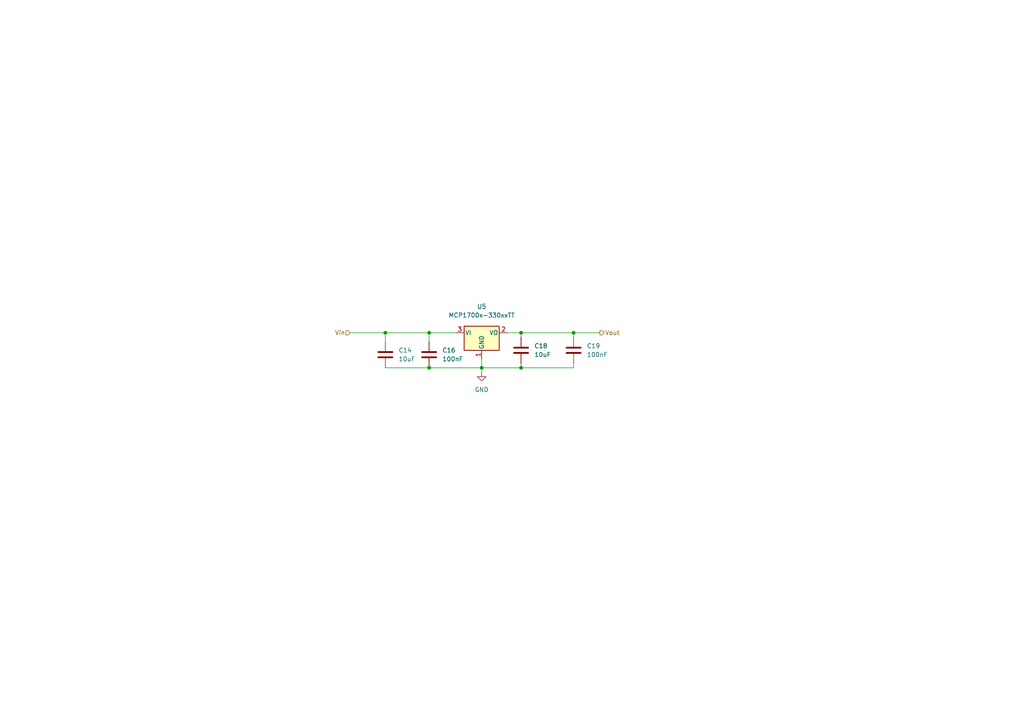
<source format=kicad_sch>
(kicad_sch (version 20211123) (generator eeschema)
  (paper "A4")
  (lib_symbols
    (symbol "Device:C" (pin_numbers hide) (pin_names (offset 0.254))
      (property "Reference" "C" (at 0.635 2.54 0))
      (property "Value" "C" (at 0.635 -2.54 0))
      (symbol "C_0_1"
        (polyline (pts (xy -2.032 -0.762) (xy 2.032 -0.762)) (stroke (width 0.508)))
        (polyline (pts (xy -2.032 0.762) (xy 2.032 0.762)) (stroke (width 0.508)))
      )
      (symbol "C_1_1"
        (pin passive line (at 0 3.81 270) (length 2.794) (name "~") (number "1"))
        (pin passive line (at 0 -3.81 90) (length 2.794) (name "~") (number "2"))
      )
    )
    (symbol "Regulator_Linear:MCP1700x-330xxTT" (pin_names (offset 0.254))
      (property "Reference" "U" (at -3.81 3.175 0))
      (property "Value" "MCP1700x-330xxTT" (at 0 3.175 0))
      (symbol "MCP1700x-330xxTT_0_1"
        (rectangle (start -5.08 1.905) (end 5.08 -5.08) (stroke (width 0.254)) (fill (type background)))
      )
      (symbol "MCP1700x-330xxTT_1_1"
        (pin power_in line (at 0 -7.62 90) (length 2.54) (name "GND") (number "1"))
        (pin power_out line (at 7.62 0 180) (length 2.54) (name "VO") (number "2"))
        (pin power_in line (at -7.62 0 0) (length 2.54) (name "VI") (number "3"))
      )
    )
    (symbol "power:GND" (power) (pin_names (offset 0))
      (property "Value" "GND" (at 0 -3.81 0))
      (symbol "GND_0_1"
        (polyline (pts (xy 0 0) (xy 0 -1.27) (xy 1.27 -1.27) (xy 0 -2.54) (xy -1.27 -1.27) (xy 0 -1.27)))
      )
      (symbol "GND_1_1"
        (pin power_in line (at 0 0 270) (length 0) hide (name "GND") (number "1"))
      )
    )
  )
  (junction (at 124.46 106.68))
  (junction (at 111.76 96.52))
  (junction (at 124.46 96.52))
  (junction (at 139.7 106.68))
  (junction (at 151.13 96.52))
  (junction (at 151.13 106.68))
  (junction (at 166.37 96.52))
  (wire (pts (xy 151.13 96.52) (xy 151.13 97.79)))
  (wire (pts (xy 124.46 106.68) (xy 139.7 106.68)))
  (wire (pts (xy 111.76 96.52) (xy 124.46 96.52)))
  (wire (pts (xy 166.37 96.52) (xy 173.99 96.52)))
  (wire (pts (xy 124.46 96.52) (xy 132.08 96.52)))
  (wire (pts (xy 139.7 104.14) (xy 139.7 106.68)))
  (wire (pts (xy 139.7 106.68) (xy 151.13 106.68)))
  (wire (pts (xy 139.7 106.68) (xy 139.7 107.95)))
  (wire (pts (xy 166.37 105.41) (xy 166.37 106.68)))
  (wire (pts (xy 111.76 106.68) (xy 124.46 106.68)))
  (wire (pts (xy 124.46 96.52) (xy 124.46 99.06)))
  (wire (pts (xy 151.13 105.41) (xy 151.13 106.68)))
  (wire (pts (xy 111.76 96.52) (xy 111.76 99.06)))
  (wire (pts (xy 166.37 96.52) (xy 166.37 97.79)))
  (wire (pts (xy 151.13 106.68) (xy 166.37 106.68)))
  (wire (pts (xy 151.13 96.52) (xy 166.37 96.52)))
  (wire (pts (xy 101.6 96.52) (xy 111.76 96.52)))
  (wire (pts (xy 147.32 96.52) (xy 151.13 96.52)))
  (hierarchical_label "Vin" (shape input) (at 101.6 96.52 180))
  (hierarchical_label "Vout" (shape output) (at 173.99 96.52 0))
  (symbol (lib_id "Device:C") (at 111.76 102.87 0) (unit 1)
    (property "Reference" "C14" (at 115.57 101.5999 0) (effects (justify left)))
    (property "Value" "10uF" (at 115.57 104.1399 0) (effects (justify left)))
    (property "Footprint" "Capacitor_SMD:C_0805_2012Metric_Pad1.18x1.45mm_HandSolder" (effects hide))
  )
  (symbol (lib_id "Device:C") (at 124.46 102.87 0) (unit 1)
    (property "Reference" "C16" (at 128.27 101.5999 0) (effects (justify left)))
    (property "Value" "100nF" (at 128.27 104.1399 0) (effects (justify left)))
    (property "Footprint" "Capacitor_SMD:C_0805_2012Metric_Pad1.18x1.45mm_HandSolder" (effects hide))
  )
  (symbol (lib_id "Device:C") (at 151.13 101.6 0) (unit 1)
    (property "Reference" "C18" (at 154.94 100.3299 0) (effects (justify left)))
    (property "Value" "10uF" (at 154.94 102.8699 0) (effects (justify left)))
    (property "Footprint" "Capacitor_SMD:C_0805_2012Metric_Pad1.18x1.45mm_HandSolder" (effects hide))
  )
  (symbol (lib_id "Regulator_Linear:MCP1700x-330xxTT") (at 139.7 96.52 0) (unit 1)
    (property "Reference" "U5" (at 139.7 88.9 0))
    (property "Value" "MCP1700x-330xxTT" (at 139.7 91.44 0))
    (property "Footprint" "Package_TO_SOT_SMD:SOT-23" (effects hide))
    (property "Datasheet" "http://ww1.microchip.com/downloads/en/DeviceDoc/20001826D.pdf" (effects hide))
  )
  (symbol (lib_id "power:GND") (at 139.7 107.95 0) (unit 1)
    (property "Reference" "#PWR023" (effects hide))
    (property "Value" "GND" (at 139.7 113.03 0))
  )
  (symbol (lib_id "Device:C") (at 166.37 101.6 0) (unit 1)
    (property "Reference" "C19" (at 170.18 100.3299 0) (effects (justify left)))
    (property "Value" "100nF" (at 170.18 102.8699 0) (effects (justify left)))
    (property "Footprint" "Capacitor_SMD:C_0805_2012Metric_Pad1.18x1.45mm_HandSolder" (effects hide))
  )
)
</source>
